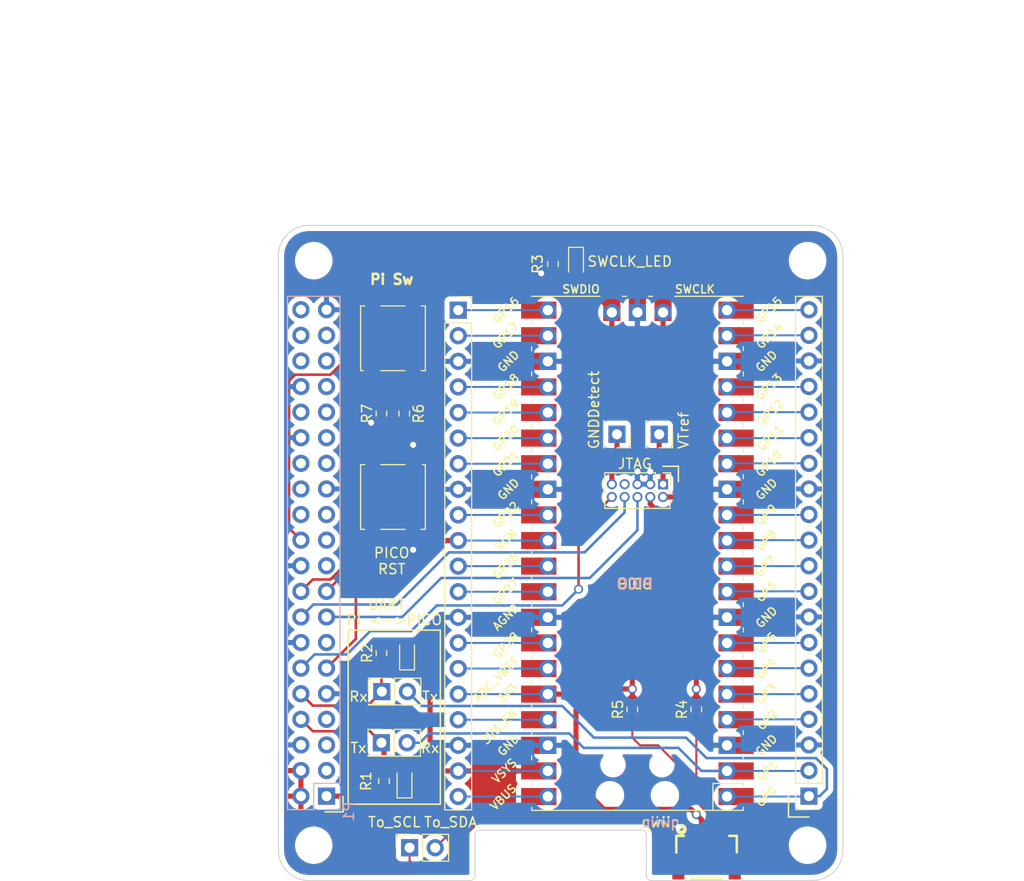
<source format=kicad_pcb>
(kicad_pcb (version 20171130) (host pcbnew 5.1.9)
  (title_block (date "15 nov 2012"))
  (layers (0 F.Cu signal hide) (31 B.Cu signal hide) (34 B.Paste user hide) (35 F.Paste user hide) (36 B.SilkS user) (37 F.SilkS user) (38 B.Mask user) (39 F.Mask user) (44 Edge.Cuts user))
  (net 0 "")
  (net 1 +3V3)
  (net 2 +5V)
  (net 3 GND)
  (net 4 /GPIO5)
  (net 5 /GPIO6)
  (net 6 /GPIO26)
  (net 7 "/GPIO2(SDA1)")
  (net 8 "/GPIO3(SCL1)")
  (net 9 "/GPIO4(GCLK)")
  (net 10 "/GPIO17(GEN0)")
  (net 11 "/GPIO27(GEN2)")
  (net 12 "/GPIO10(SPI0_MOSI)")
  (net 13 "/GPIO9(SPI0_MISO)")
  (net 14 "/GPIO11(SPI0_SCK)")
  (net 15 "/GPIO8(SPI0_CE_N)")
  (net 16 "/GPIO7(SPI1_CE_N)")
  (net 17 "/GPIO12(PWM0)")
  (net 18 "/GPIO13(PWM1)")
  (net 19 "/GPIO19(SPI1_MISO)")
  (net 20 /GPIO16)
  (net 21 "/GPIO20(SPI1_MOSI)")
  (net 22 "/GPIO21(SPI1_SCK)")
  (net 23 "Net-(D1-Pad1)")
  (net 24 "Net-(D2-Pad1)")
  (net 25 /SWCLK)
  (net 26 "Net-(D3-Pad1)")
  (net 27 /PICO_UART_RX)
  (net 28 /PI_UART_TX)
  (net 29 /PICO_UART_TX)
  (net 30 /PI_UART_RX)
  (net 31 "Net-(J3-Pad20)")
  (net 32 "Net-(J3-Pad19)")
  (net 33 "Net-(J3-Pad17)")
  (net 34 "Net-(J3-Pad16)")
  (net 35 "Net-(J3-Pad15)")
  (net 36 "Net-(J3-Pad14)")
  (net 37 "Net-(J3-Pad12)")
  (net 38 "Net-(J3-Pad11)")
  (net 39 "Net-(J3-Pad10)")
  (net 40 "Net-(J3-Pad9)")
  (net 41 "Net-(J3-Pad7)")
  (net 42 "Net-(J3-Pad6)")
  (net 43 "Net-(J3-Pad5)")
  (net 44 "Net-(J3-Pad4)")
  (net 45 VBUS)
  (net 46 "Net-(J4-Pad17)")
  (net 47 "Net-(J4-Pad15)")
  (net 48 "Net-(J4-Pad14)")
  (net 49 "Net-(J4-Pad12)")
  (net 50 "Net-(J4-Pad11)")
  (net 51 "Net-(J4-Pad10)")
  (net 52 "Net-(J4-Pad9)")
  (net 53 "Net-(J4-Pad7)")
  (net 54 "Net-(J4-Pad6)")
  (net 55 "Net-(J4-Pad5)")
  (net 56 "Net-(J4-Pad4)")
  (net 57 "Net-(J4-Pad2)")
  (net 58 "Net-(J4-Pad1)")
  (net 59 /VTref)
  (net 60 /nRST)
  (net 61 "Net-(J10-Pad1)")
  (net 62 /TDI)
  (net 63 "Net-(J7-Pad7)")
  (net 64 /TDO)
  (net 65 /SWDIO)
  (net 66 "Net-(J11-Pad3)")
  (net 67 "Net-(J11-Pad4)")
  (net 68 "Net-(P1-Pad27)")
  (net 69 "Net-(P1-Pad28)")
  (net 70 "Net-(R6-Pad1)")
  (net 71 /3v3_PICO)
  (module Resistor_SMD:R_0603_1608Metric_Pad0.98x0.95mm_HandSolder (layer F.Cu) (at 227.686 88.786 90)
    (fp_text reference R3 (at 0 -1.524 90) (layer F.SilkS))
    (fp_text value 2k2)
    (pad 2 smd roundrect (at 0.9125 0 90) (size 0.975 0.95) (layers F.Cu F.Paste F.Mask) (net 26 "Net-(D3-Pad1)"))
    (pad 1 smd roundrect (at -0.9125 0 90) (size 0.975 0.95) (layers F.Cu F.Paste F.Mask) (net 3 GND))
  )
  (module Button_Switch_SMD:SW_Push_1P1T_NO_CK_KSC6xxJ (layer F.Cu) (at 211.811 96.152 270)
    (fp_text reference SW2)
    (fp_text value SW_Push)
    (pad 2 smd rect (at 2.9 2 270) (size 2.8 1) (layers F.Cu F.Paste F.Mask) (net 1 +3V3))
    (pad 2 smd rect (at -2.9 2 270) (size 2.8 1) (layers F.Cu F.Paste F.Mask) (net 1 +3V3))
    (pad 1 smd rect (at 2.9 -2 270) (size 2.8 1) (layers F.Cu F.Paste F.Mask) (net 70 "Net-(R6-Pad1)"))
    (pad 1 smd rect (at -2.9 -2 270) (size 2.8 1) (layers F.Cu F.Paste F.Mask) (net 70 "Net-(R6-Pad1)"))
  )
  (module Resistor_SMD:R_0603_1608Metric_Pad0.98x0.95mm_HandSolder (layer F.Cu) (at 210.668 103.6215 90)
    (fp_text reference R7 (at 0 -1.43 90) (layer F.SilkS))
    (fp_text value 10k hide)
    (pad 2 smd roundrect (at 0.9125 0 90) (size 0.975 0.95) (layers F.Cu F.Paste F.Mask) (net 70 "Net-(R6-Pad1)"))
    (pad 1 smd roundrect (at -0.9125 0 90) (size 0.975 0.95) (layers F.Cu F.Paste F.Mask) (net 3 GND))
  )
  (module Resistor_SMD:R_0603_1608Metric_Pad0.98x0.95mm_HandSolder (layer F.Cu) (at 212.927999 103.6215 270)
    (fp_text reference R6 (at 0 -1.43 90) (layer F.SilkS))
    (fp_text value 1k hide)
    (pad 2 smd roundrect (at 0.9125 0 270) (size 0.975 0.95) (layers F.Cu F.Paste F.Mask) (net 10 "/GPIO17(GEN0)"))
    (pad 1 smd roundrect (at -0.9125 0 270) (size 0.975 0.95) (layers F.Cu F.Paste F.Mask) (net 70 "Net-(R6-Pad1)"))
  )
  (module RPi_Pico:RPi_Pico_SMD_TH (layer F.Cu) (at 236.068 117.488 180)
    (fp_text reference U1)
    (fp_text value Pico)
    (fp_text user GP1 (at -12.9 -21.6 45) (layer F.SilkS) (effects (font (size 0.8 0.8))))
    (fp_text user GP2 (at -12.9 -16.51 45) (layer F.SilkS) (effects (font (size 0.8 0.8))))
    (fp_text user GP0 (at -12.8 -24.13 45) (layer F.SilkS) (effects (font (size 0.8 0.8))))
    (fp_text user GP3 (at -12.8 -13.97 45) (layer F.SilkS) (effects (font (size 0.8 0.8))))
    (fp_text user GP4 (at -12.8 -11.43 45) (layer F.SilkS) (effects (font (size 0.8 0.8))))
    (fp_text user GP5 (at -12.8 -8.89 45) (layer F.SilkS) (effects (font (size 0.8 0.8))))
    (fp_text user GP6 (at -12.8 -3.81 45) (layer F.SilkS) (effects (font (size 0.8 0.8))))
    (fp_text user GP7 (at -12.7 -1.3 45) (layer F.SilkS) (effects (font (size 0.8 0.8))))
    (fp_text user GP8 (at -12.8 1.27 45) (layer F.SilkS) (effects (font (size 0.8 0.8))))
    (fp_text user GP9 (at -12.8 3.81 45) (layer F.SilkS) (effects (font (size 0.8 0.8))))
    (fp_text user GP10 (at -13.054 8.89 45) (layer F.SilkS) (effects (font (size 0.8 0.8))))
    (fp_text user GP11 (at -13.2 11.43 45) (layer F.SilkS) (effects (font (size 0.8 0.8))))
    (fp_text user GP12 (at -13.2 13.97 45) (layer F.SilkS) (effects (font (size 0.8 0.8))))
    (fp_text user GP13 (at -13.054 16.51 45) (layer F.SilkS) (effects (font (size 0.8 0.8))))
    (fp_text user GP14 (at -13.1 21.59 45) (layer F.SilkS) (effects (font (size 0.8 0.8))))
    (fp_text user GP15 (at -13.054 24.13 45) (layer F.SilkS) (effects (font (size 0.8 0.8))))
    (fp_text user GP16 (at 13.054 24.13 45) (layer F.SilkS) (effects (font (size 0.8 0.8))))
    (fp_text user GP17 (at 13.054 21.59 45) (layer F.SilkS) (effects (font (size 0.8 0.8))))
    (fp_text user GP18 (at 13.054 16.51 45) (layer F.SilkS) (effects (font (size 0.8 0.8))))
    (fp_text user GP19 (at 13.054 13.97 45) (layer F.SilkS) (effects (font (size 0.8 0.8))))
    (fp_text user GP20 (at 13.054 11.43 45) (layer F.SilkS) (effects (font (size 0.8 0.8))))
    (fp_text user GP21 (at 13.054 8.9 45) (layer F.SilkS) (effects (font (size 0.8 0.8))))
    (fp_text user GP22 (at 13.054 3.81 45) (layer F.SilkS) (effects (font (size 0.8 0.8))))
    (fp_text user RUN (at 13 1.27 45) (layer F.SilkS) (effects (font (size 0.8 0.8))))
    (fp_text user GP26 (at 13.054 -1.27 45) (layer F.SilkS) (effects (font (size 0.8 0.8))))
    (fp_text user GP27 (at 13.054 -3.8 45) (layer F.SilkS) (effects (font (size 0.8 0.8))))
    (fp_text user GP28 (at 13.054 -9.144 45) (layer F.SilkS) (effects (font (size 0.8 0.8))))
    (fp_text user ADC_VREF (at 14 -12.5 45) (layer F.SilkS) (effects (font (size 0.8 0.8))))
    (fp_text user 3V3 (at 12.9 -13.9 45) (layer F.SilkS) (effects (font (size 0.8 0.8))))
    (fp_text user 3V3_EN (at 13.7 -17.2 45) (layer F.SilkS) (effects (font (size 0.8 0.8))))
    (fp_text user VSYS (at 13.2 -21.59 45) (layer F.SilkS) (effects (font (size 0.8 0.8))))
    (fp_text user VBUS (at 13.3 -24.2 45) (layer F.SilkS) (effects (font (size 0.8 0.8))))
    (fp_text user GND (at -12.8 -19.05 45) (layer F.SilkS) (effects (font (size 0.8 0.8))))
    (fp_text user GND (at -12.8 -6.35 45) (layer F.SilkS) (effects (font (size 0.8 0.8))))
    (fp_text user GND (at -12.8 6.35 45) (layer F.SilkS) (effects (font (size 0.8 0.8))))
    (fp_text user GND (at -12.8 19.05 45) (layer F.SilkS) (effects (font (size 0.8 0.8))))
    (fp_text user GND (at 12.8 19.05 45) (layer F.SilkS) (effects (font (size 0.8 0.8))))
    (fp_text user GND (at 12.8 6.35 45) (layer F.SilkS) (effects (font (size 0.8 0.8))))
    (fp_text user GND (at 12.8 -19.05 45) (layer F.SilkS) (effects (font (size 0.8 0.8))))
    (fp_text user AGND (at 13.054 -6.35 45) (layer F.SilkS) (effects (font (size 0.8 0.8))))
    (fp_text user SWCLK (at -5.7 26.2) (layer F.SilkS) (effects (font (size 0.8 0.8))))
    (fp_text user SWDIO (at 5.6 26.2) (layer F.SilkS) (effects (font (size 0.8 0.8))))
    (pad 1 thru_hole oval (at -8.89 -24.13 180) (size 1.7 1.7) (drill 1.02) (layers *.Cu *.Mask) (net 29 /PICO_UART_TX))
    (pad 2 thru_hole oval (at -8.89 -21.59 180) (size 1.7 1.7) (drill 1.02) (layers *.Cu *.Mask) (net 27 /PICO_UART_RX))
    (pad 3 thru_hole rect (at -8.89 -19.05 180) (size 1.7 1.7) (drill 1.02) (layers *.Cu *.Mask) (net 3 GND))
    (pad 4 thru_hole oval (at -8.89 -16.51 180) (size 1.7 1.7) (drill 1.02) (layers *.Cu *.Mask) (net 44 "Net-(J3-Pad4)"))
    (pad 5 thru_hole oval (at -8.89 -13.97 180) (size 1.7 1.7) (drill 1.02) (layers *.Cu *.Mask) (net 43 "Net-(J3-Pad5)"))
    (pad 6 thru_hole oval (at -8.89 -11.43 180) (size 1.7 1.7) (drill 1.02) (layers *.Cu *.Mask) (net 42 "Net-(J3-Pad6)"))
    (pad 7 thru_hole oval (at -8.89 -8.89 180) (size 1.7 1.7) (drill 1.02) (layers *.Cu *.Mask) (net 41 "Net-(J3-Pad7)"))
    (pad 8 thru_hole rect (at -8.89 -6.35 180) (size 1.7 1.7) (drill 1.02) (layers *.Cu *.Mask) (net 3 GND))
    (pad 9 thru_hole oval (at -8.89 -3.81 180) (size 1.7 1.7) (drill 1.02) (layers *.Cu *.Mask) (net 40 "Net-(J3-Pad9)"))
    (pad 10 thru_hole oval (at -8.89 -1.27 180) (size 1.7 1.7) (drill 1.02) (layers *.Cu *.Mask) (net 39 "Net-(J3-Pad10)"))
    (pad 11 thru_hole oval (at -8.89 1.27 180) (size 1.7 1.7) (drill 1.02) (layers *.Cu *.Mask) (net 38 "Net-(J3-Pad11)"))
    (pad 12 thru_hole oval (at -8.89 3.81 180) (size 1.7 1.7) (drill 1.02) (layers *.Cu *.Mask) (net 37 "Net-(J3-Pad12)"))
    (pad 13 thru_hole rect (at -8.89 6.35 180) (size 1.7 1.7) (drill 1.02) (layers *.Cu *.Mask) (net 3 GND))
    (pad 14 thru_hole oval (at -8.89 8.89 180) (size 1.7 1.7) (drill 1.02) (layers *.Cu *.Mask) (net 36 "Net-(J3-Pad14)"))
    (pad 15 thru_hole oval (at -8.89 11.43 180) (size 1.7 1.7) (drill 1.02) (layers *.Cu *.Mask) (net 35 "Net-(J3-Pad15)"))
    (pad 16 thru_hole oval (at -8.89 13.97 180) (size 1.7 1.7) (drill 1.02) (layers *.Cu *.Mask) (net 34 "Net-(J3-Pad16)"))
    (pad 17 thru_hole oval (at -8.89 16.51 180) (size 1.7 1.7) (drill 1.02) (layers *.Cu *.Mask) (net 33 "Net-(J3-Pad17)"))
    (pad 18 thru_hole rect (at -8.89 19.05 180) (size 1.7 1.7) (drill 1.02) (layers *.Cu *.Mask) (net 3 GND))
    (pad 19 thru_hole oval (at -8.89 21.59 180) (size 1.7 1.7) (drill 1.02) (layers *.Cu *.Mask) (net 32 "Net-(J3-Pad19)"))
    (pad 20 thru_hole oval (at -8.89 24.13 180) (size 1.7 1.7) (drill 1.02) (layers *.Cu *.Mask) (net 31 "Net-(J3-Pad20)"))
    (pad 21 thru_hole oval (at 8.89 24.13 180) (size 1.7 1.7) (drill 1.02) (layers *.Cu *.Mask) (net 58 "Net-(J4-Pad1)"))
    (pad 22 thru_hole oval (at 8.89 21.59 180) (size 1.7 1.7) (drill 1.02) (layers *.Cu *.Mask) (net 57 "Net-(J4-Pad2)"))
    (pad 23 thru_hole rect (at 8.89 19.05 180) (size 1.7 1.7) (drill 1.02) (layers *.Cu *.Mask) (net 3 GND))
    (pad 24 thru_hole oval (at 8.89 16.51 180) (size 1.7 1.7) (drill 1.02) (layers *.Cu *.Mask) (net 56 "Net-(J4-Pad4)"))
    (pad 25 thru_hole oval (at 8.89 13.97 180) (size 1.7 1.7) (drill 1.02) (layers *.Cu *.Mask) (net 55 "Net-(J4-Pad5)"))
    (pad 26 thru_hole oval (at 8.89 11.43 180) (size 1.7 1.7) (drill 1.02) (layers *.Cu *.Mask) (net 54 "Net-(J4-Pad6)"))
    (pad 27 thru_hole oval (at 8.89 8.89 180) (size 1.7 1.7) (drill 1.02) (layers *.Cu *.Mask) (net 53 "Net-(J4-Pad7)"))
    (pad 28 thru_hole rect (at 8.89 6.35 180) (size 1.7 1.7) (drill 1.02) (layers *.Cu *.Mask) (net 3 GND))
    (pad 29 thru_hole oval (at 8.89 3.81 180) (size 1.7 1.7) (drill 1.02) (layers *.Cu *.Mask) (net 52 "Net-(J4-Pad9)"))
    (pad 30 thru_hole oval (at 8.89 1.27 180) (size 1.7 1.7) (drill 1.02) (layers *.Cu *.Mask) (net 51 "Net-(J4-Pad10)"))
    (pad 31 thru_hole oval (at 8.89 -1.27 180) (size 1.7 1.7) (drill 1.02) (layers *.Cu *.Mask) (net 50 "Net-(J4-Pad11)"))
    (pad 32 thru_hole oval (at 8.89 -3.81 180) (size 1.7 1.7) (drill 1.02) (layers *.Cu *.Mask) (net 49 "Net-(J4-Pad12)"))
    (pad 33 thru_hole rect (at 8.89 -6.35 180) (size 1.7 1.7) (drill 1.02) (layers *.Cu *.Mask) (net 3 GND))
    (pad 34 thru_hole oval (at 8.89 -8.89 180) (size 1.7 1.7) (drill 1.02) (layers *.Cu *.Mask) (net 48 "Net-(J4-Pad14)"))
    (pad 35 thru_hole oval (at 8.89 -11.43 180) (size 1.7 1.7) (drill 1.02) (layers *.Cu *.Mask) (net 47 "Net-(J4-Pad15)"))
    (pad 36 thru_hole oval (at 8.89 -13.97 180) (size 1.7 1.7) (drill 1.02) (layers *.Cu *.Mask) (net 71 /3v3_PICO))
    (pad 37 thru_hole oval (at 8.89 -16.51 180) (size 1.7 1.7) (drill 1.02) (layers *.Cu *.Mask) (net 46 "Net-(J4-Pad17)"))
    (pad 38 thru_hole rect (at 8.89 -19.05 180) (size 1.7 1.7) (drill 1.02) (layers *.Cu *.Mask) (net 3 GND))
    (pad 39 thru_hole oval (at 8.89 -21.59 180) (size 1.7 1.7) (drill 1.02) (layers *.Cu *.Mask) (net 2 +5V))
    (pad 40 thru_hole oval (at 8.89 -24.13 180) (size 1.7 1.7) (drill 1.02) (layers *.Cu *.Mask) (net 45 VBUS))
    (pad 1 smd rect (at -8.89 -24.13 180) (size 3.5 1.7) (drill (offset -0.9 0)) (layers F.Cu F.Mask) (net 29 /PICO_UART_TX))
    (pad 2 smd rect (at -8.89 -21.59 180) (size 3.5 1.7) (drill (offset -0.9 0)) (layers F.Cu F.Mask) (net 27 /PICO_UART_RX))
    (pad 3 smd rect (at -8.89 -19.05 180) (size 3.5 1.7) (drill (offset -0.9 0)) (layers F.Cu F.Mask) (net 3 GND))
    (pad 4 smd rect (at -8.89 -16.51 180) (size 3.5 1.7) (drill (offset -0.9 0)) (layers F.Cu F.Mask) (net 44 "Net-(J3-Pad4)"))
    (pad 5 smd rect (at -8.89 -13.97 180) (size 3.5 1.7) (drill (offset -0.9 0)) (layers F.Cu F.Mask) (net 43 "Net-(J3-Pad5)"))
    (pad 6 smd rect (at -8.89 -11.43 180) (size 3.5 1.7) (drill (offset -0.9 0)) (layers F.Cu F.Mask) (net 42 "Net-(J3-Pad6)"))
    (pad 7 smd rect (at -8.89 -8.89 180) (size 3.5 1.7) (drill (offset -0.9 0)) (layers F.Cu F.Mask) (net 41 "Net-(J3-Pad7)"))
    (pad 8 smd rect (at -8.89 -6.35 180) (size 3.5 1.7) (drill (offset -0.9 0)) (layers F.Cu F.Mask) (net 3 GND))
    (pad 9 smd rect (at -8.89 -3.81 180) (size 3.5 1.7) (drill (offset -0.9 0)) (layers F.Cu F.Mask) (net 40 "Net-(J3-Pad9)"))
    (pad 10 smd rect (at -8.89 -1.27 180) (size 3.5 1.7) (drill (offset -0.9 0)) (layers F.Cu F.Mask) (net 39 "Net-(J3-Pad10)"))
    (pad 11 smd rect (at -8.89 1.27 180) (size 3.5 1.7) (drill (offset -0.9 0)) (layers F.Cu F.Mask) (net 38 "Net-(J3-Pad11)"))
    (pad 12 smd rect (at -8.89 3.81 180) (size 3.5 1.7) (drill (offset -0.9 0)) (layers F.Cu F.Mask) (net 37 "Net-(J3-Pad12)"))
    (pad 13 smd rect (at -8.89 6.35 180) (size 3.5 1.7) (drill (offset -0.9 0)) (layers F.Cu F.Mask) (net 3 GND))
    (pad 14 smd rect (at -8.89 8.89 180) (size 3.5 1.7) (drill (offset -0.9 0)) (layers F.Cu F.Mask) (net 36 "Net-(J3-Pad14)"))
    (pad 15 smd rect (at -8.89 11.43 180) (size 3.5 1.7) (drill (offset -0.9 0)) (layers F.Cu F.Mask) (net 35 "Net-(J3-Pad15)"))
    (pad 16 smd rect (at -8.89 13.97 180) (size 3.5 1.7) (drill (offset -0.9 0)) (layers F.Cu F.Mask) (net 34 "Net-(J3-Pad16)"))
    (pad 17 smd rect (at -8.89 16.51 180) (size 3.5 1.7) (drill (offset -0.9 0)) (layers F.Cu F.Mask) (net 33 "Net-(J3-Pad17)"))
    (pad 18 smd rect (at -8.89 19.05 180) (size 3.5 1.7) (drill (offset -0.9 0)) (layers F.Cu F.Mask) (net 3 GND))
    (pad 19 smd rect (at -8.89 21.59 180) (size 3.5 1.7) (drill (offset -0.9 0)) (layers F.Cu F.Mask) (net 32 "Net-(J3-Pad19)"))
    (pad 20 smd rect (at -8.89 24.13 180) (size 3.5 1.7) (drill (offset -0.9 0)) (layers F.Cu F.Mask) (net 31 "Net-(J3-Pad20)"))
    (pad 40 smd rect (at 8.89 -24.13 180) (size 3.5 1.7) (drill (offset 0.9 0)) (layers F.Cu F.Mask) (net 45 VBUS))
    (pad 39 smd rect (at 8.89 -21.59 180) (size 3.5 1.7) (drill (offset 0.9 0)) (layers F.Cu F.Mask) (net 2 +5V))
    (pad 38 smd rect (at 8.89 -19.05 180) (size 3.5 1.7) (drill (offset 0.9 0)) (layers F.Cu F.Mask) (net 3 GND))
    (pad 37 smd rect (at 8.89 -16.51 180) (size 3.5 1.7) (drill (offset 0.9 0)) (layers F.Cu F.Mask) (net 46 "Net-(J4-Pad17)"))
    (pad 36 smd rect (at 8.89 -13.97 180) (size 3.5 1.7) (drill (offset 0.9 0)) (layers F.Cu F.Mask) (net 71 /3v3_PICO))
    (pad 35 smd rect (at 8.89 -11.43 180) (size 3.5 1.7) (drill (offset 0.9 0)) (layers F.Cu F.Mask) (net 47 "Net-(J4-Pad15)"))
    (pad 34 smd rect (at 8.89 -8.89 180) (size 3.5 1.7) (drill (offset 0.9 0)) (layers F.Cu F.Mask) (net 48 "Net-(J4-Pad14)"))
    (pad 33 smd rect (at 8.89 -6.35 180) (size 3.5 1.7) (drill (offset 0.9 0)) (layers F.Cu F.Mask) (net 3 GND))
    (pad 32 smd rect (at 8.89 -3.81 180) (size 3.5 1.7) (drill (offset 0.9 0)) (layers F.Cu F.Mask) (net 49 "Net-(J4-Pad12)"))
    (pad 31 smd rect (at 8.89 -1.27 180) (size 3.5 1.7) (drill (offset 0.9 0)) (layers F.Cu F.Mask) (net 50 "Net-(J4-Pad11)"))
    (pad 30 smd rect (at 8.89 1.27 180) (size 3.5 1.7) (drill (offset 0.9 0)) (layers F.Cu F.Mask) (net 51 "Net-(J4-Pad10)"))
    (pad 29 smd rect (at 8.89 3.81 180) (size 3.5 1.7) (drill (offset 0.9 0)) (layers F.Cu F.Mask) (net 52 "Net-(J4-Pad9)"))
    (pad 28 smd rect (at 8.89 6.35 180) (size 3.5 1.7) (drill (offset 0.9 0)) (layers F.Cu F.Mask) (net 3 GND))
    (pad 27 smd rect (at 8.89 8.89 180) (size 3.5 1.7) (drill (offset 0.9 0)) (layers F.Cu F.Mask) (net 53 "Net-(J4-Pad7)"))
    (pad 26 smd rect (at 8.89 11.43 180) (size 3.5 1.7) (drill (offset 0.9 0)) (layers F.Cu F.Mask) (net 54 "Net-(J4-Pad6)"))
    (pad 25 smd rect (at 8.89 13.97 180) (size 3.5 1.7) (drill (offset 0.9 0)) (layers F.Cu F.Mask) (net 55 "Net-(J4-Pad5)"))
    (pad 24 smd rect (at 8.89 16.51 180) (size 3.5 1.7) (drill (offset 0.9 0)) (layers F.Cu F.Mask) (net 56 "Net-(J4-Pad4)"))
    (pad 23 smd rect (at 8.89 19.05 180) (size 3.5 1.7) (drill (offset 0.9 0)) (layers F.Cu F.Mask) (net 3 GND))
    (pad 22 smd rect (at 8.89 21.59 180) (size 3.5 1.7) (drill (offset 0.9 0)) (layers F.Cu F.Mask) (net 57 "Net-(J4-Pad2)"))
    (pad 21 smd rect (at 8.89 24.13 180) (size 3.5 1.7) (drill (offset 0.9 0)) (layers F.Cu F.Mask) (net 58 "Net-(J4-Pad1)"))
    (pad "" np_thru_hole oval (at -2.725 -24 180) (size 1.8 1.8) (drill 1.8) (layers *.Cu *.Mask))
    (pad "" np_thru_hole oval (at 2.725 -24 180) (size 1.8 1.8) (drill 1.8) (layers *.Cu *.Mask))
    (pad "" np_thru_hole oval (at -2.425 -20.97 180) (size 1.5 1.5) (drill 1.5) (layers *.Cu *.Mask))
    (pad "" np_thru_hole oval (at 2.425 -20.97 180) (size 1.5 1.5) (drill 1.5) (layers *.Cu *.Mask))
    (pad 41 smd rect (at -2.54 23.9 270) (size 3.5 1.7) (drill (offset -0.9 0)) (layers F.Cu F.Mask) (net 25 /SWCLK))
    (pad 41 thru_hole oval (at -2.54 23.9 180) (size 1.7 1.7) (drill 1.02) (layers *.Cu *.Mask) (net 25 /SWCLK))
    (pad 42 smd rect (at 0 23.9 270) (size 3.5 1.7) (drill (offset -0.9 0)) (layers F.Cu F.Mask) (net 3 GND))
    (pad 42 thru_hole rect (at 0 23.9 180) (size 1.7 1.7) (drill 1.02) (layers *.Cu *.Mask) (net 3 GND))
    (pad 43 smd rect (at 2.54 23.9 270) (size 3.5 1.7) (drill (offset -0.9 0)) (layers F.Cu F.Mask) (net 65 /SWDIO))
    (pad 43 thru_hole oval (at 2.54 23.9 180) (size 1.7 1.7) (drill 1.02) (layers *.Cu *.Mask) (net 65 /SWDIO))
  )
  (module Resistor_SMD:R_0603_1608Metric_Pad0.98x0.95mm_HandSolder (layer F.Cu) (at 235.56 132.982 90)
    (fp_text reference R5 (at 0 -1.43 90) (layer F.SilkS))
    (fp_text value 2k2)
    (pad 2 smd roundrect (at 0.9125 0 90) (size 0.975 0.95) (layers F.Cu F.Paste F.Mask) (net 71 /3v3_PICO))
    (pad 1 smd roundrect (at -0.9125 0 90) (size 0.975 0.95) (layers F.Cu F.Paste F.Mask) (net 66 "Net-(J11-Pad3)"))
  )
  (module Resistor_SMD:R_0603_1608Metric_Pad0.98x0.95mm_HandSolder (layer F.Cu) (at 241.91 132.982 90)
    (fp_text reference R4 (at 0 -1.43 90) (layer F.SilkS))
    (fp_text value 2k2)
    (pad 2 smd roundrect (at 0.9125 0 90) (size 0.975 0.95) (layers F.Cu F.Paste F.Mask) (net 71 /3v3_PICO))
    (pad 1 smd roundrect (at -0.9125 0 90) (size 0.975 0.95) (layers F.Cu F.Paste F.Mask) (net 67 "Net-(J11-Pad4)"))
  )
  (module Resistor_SMD:R_0603_1608Metric_Pad0.98x0.95mm_HandSolder (layer F.Cu) (at 210.668 127.394 90)
    (fp_text reference R2 (at 0 -1.43 90) (layer F.SilkS))
    (fp_text value 2k2 hide)
    (pad 2 smd roundrect (at 0.9125 0 90) (size 0.975 0.95) (layers F.Cu F.Paste F.Mask) (net 24 "Net-(D2-Pad1)"))
    (pad 1 smd roundrect (at -0.9125 0 90) (size 0.975 0.95) (layers F.Cu F.Paste F.Mask) (net 30 /PI_UART_RX))
  )
  (module Resistor_SMD:R_0603_1608Metric_Pad0.98x0.95mm_HandSolder (layer F.Cu) (at 210.922 140.094 270)
    (fp_text reference R1 (at 0 1.778 90) (layer F.SilkS))
    (fp_text value 2k2 hide)
    (pad 2 smd roundrect (at 0.9125 0 270) (size 0.975 0.95) (layers F.Cu F.Paste F.Mask) (net 23 "Net-(D1-Pad1)"))
    (pad 1 smd roundrect (at -0.9125 0 270) (size 0.975 0.95) (layers F.Cu F.Paste F.Mask) (net 28 /PI_UART_TX))
  )
  (module Connectors:1X04_1MM_RA (layer F.Cu) (at 242.926 145.174)
    (fp_text reference J11 hide)
    (fp_text value QWIIC_CONNECTORJS-1MM hide)
    (pad NC2 smd rect (at -2.79908 3.67284) (size 1.19888 1.99898) (layers F.Cu F.Paste F.Mask))
    (pad NC1 smd rect (at 2.79908 3.67284) (size 1.19888 1.99898) (layers F.Cu F.Paste F.Mask))
    (pad 4 smd rect (at 1.4986 0) (size 0.59944 1.34874) (layers F.Cu F.Paste F.Mask) (net 67 "Net-(J11-Pad4)"))
    (pad 3 smd rect (at 0.49784 0) (size 0.59944 1.34874) (layers F.Cu F.Paste F.Mask) (net 66 "Net-(J11-Pad3)"))
    (pad 2 smd rect (at -0.49784 0) (size 0.59944 1.34874) (layers F.Cu F.Paste F.Mask) (net 71 /3v3_PICO))
    (pad 1 smd rect (at -1.4986 0) (size 0.59944 1.34874) (layers F.Cu F.Paste F.Mask) (net 3 GND))
  )
  (module Connector_PinSocket_2.54mm:PinSocket_1x01_P2.54mm_Vertical (layer F.Cu) (at 234.036 105.677 270)
    (fp_text reference J10)
    (fp_text value Conn_01x01)
    (pad 1 thru_hole rect (at 0 0 270) (size 1.7 1.7) (drill 1) (layers *.Cu *.Mask) (net 61 "Net-(J10-Pad1)"))
  )
  (module Connector_PinSocket_2.54mm:PinSocket_1x02_P2.54mm_Vertical (layer F.Cu) (at 213.462 146.698 90)
    (fp_text reference J9)
    (fp_text value Conn_01x02)
    (pad 2 thru_hole oval (at 0 2.54 90) (size 1.7 1.7) (drill 1) (layers *.Cu *.Mask) (net 66 "Net-(J11-Pad3)"))
    (pad 1 thru_hole rect (at 0 0 90) (size 1.7 1.7) (drill 1) (layers *.Cu *.Mask) (net 67 "Net-(J11-Pad4)"))
  )
  (module Connector_PinHeader_1.27mm:PinHeader_2x05_P1.27mm_Vertical (layer F.Cu) (at 238.608 110.63 270)
    (fp_text reference J7)
    (fp_text value Conn_ARM_JTAG_SWD_10)
    (pad 10 thru_hole oval (at 1.27 5.08 270) (size 1 1) (drill 0.65) (layers *.Cu *.Mask) (net 60 /nRST))
    (pad 9 thru_hole oval (at 0 5.08 270) (size 1 1) (drill 0.65) (layers *.Cu *.Mask) (net 61 "Net-(J10-Pad1)"))
    (pad 8 thru_hole oval (at 1.27 3.81 270) (size 1 1) (drill 0.65) (layers *.Cu *.Mask) (net 62 /TDI))
    (pad 7 thru_hole oval (at 0 3.81 270) (size 1 1) (drill 0.65) (layers *.Cu *.Mask) (net 63 "Net-(J7-Pad7)"))
    (pad 6 thru_hole oval (at 1.27 2.54 270) (size 1 1) (drill 0.65) (layers *.Cu *.Mask) (net 64 /TDO))
    (pad 5 thru_hole oval (at 0 2.54 270) (size 1 1) (drill 0.65) (layers *.Cu *.Mask) (net 3 GND))
    (pad 4 thru_hole oval (at 1.27 1.27 270) (size 1 1) (drill 0.65) (layers *.Cu *.Mask) (net 25 /SWCLK))
    (pad 3 thru_hole oval (at 0 1.27 270) (size 1 1) (drill 0.65) (layers *.Cu *.Mask) (net 3 GND))
    (pad 2 thru_hole oval (at 1.27 0 270) (size 1 1) (drill 0.65) (layers *.Cu *.Mask) (net 65 /SWDIO))
    (pad 1 thru_hole rect (at 0 0 270) (size 1 1) (drill 0.65) (layers *.Cu *.Mask) (net 59 /VTref))
  )
  (module Connector_PinSocket_2.54mm:PinSocket_1x01_P2.54mm_Vertical (layer F.Cu) (at 238.227 105.677 270)
    (fp_text reference J6)
    (fp_text value Conn_01x01)
    (pad 1 thru_hole rect (at 0 0 270) (size 1.7 1.7) (drill 1) (layers *.Cu *.Mask) (net 59 /VTref))
  )
  (module Connector_PinSocket_2.54mm:PinSocket_1x20_P2.54mm_Vertical (layer F.Cu) (at 218.288 93.358)
    (fp_text reference J4 hide)
    (fp_text value Conn_01x20)
    (pad 20 thru_hole oval (at 0 48.26) (size 1.7 1.7) (drill 1) (layers *.Cu *.Mask) (net 45 VBUS))
    (pad 19 thru_hole oval (at 0 45.72) (size 1.7 1.7) (drill 1) (layers *.Cu *.Mask) (net 2 +5V))
    (pad 18 thru_hole oval (at 0 43.18) (size 1.7 1.7) (drill 1) (layers *.Cu *.Mask) (net 3 GND))
    (pad 17 thru_hole oval (at 0 40.64) (size 1.7 1.7) (drill 1) (layers *.Cu *.Mask) (net 46 "Net-(J4-Pad17)"))
    (pad 16 thru_hole oval (at 0 38.1) (size 1.7 1.7) (drill 1) (layers *.Cu *.Mask) (net 71 /3v3_PICO))
    (pad 15 thru_hole oval (at 0 35.56) (size 1.7 1.7) (drill 1) (layers *.Cu *.Mask) (net 47 "Net-(J4-Pad15)"))
    (pad 14 thru_hole oval (at 0 33.02) (size 1.7 1.7) (drill 1) (layers *.Cu *.Mask) (net 48 "Net-(J4-Pad14)"))
    (pad 13 thru_hole oval (at 0 30.48) (size 1.7 1.7) (drill 1) (layers *.Cu *.Mask) (net 3 GND))
    (pad 12 thru_hole oval (at 0 27.94) (size 1.7 1.7) (drill 1) (layers *.Cu *.Mask) (net 49 "Net-(J4-Pad12)"))
    (pad 11 thru_hole oval (at 0 25.4) (size 1.7 1.7) (drill 1) (layers *.Cu *.Mask) (net 50 "Net-(J4-Pad11)"))
    (pad 10 thru_hole oval (at 0 22.86) (size 1.7 1.7) (drill 1) (layers *.Cu *.Mask) (net 51 "Net-(J4-Pad10)"))
    (pad 9 thru_hole oval (at 0 20.32) (size 1.7 1.7) (drill 1) (layers *.Cu *.Mask) (net 52 "Net-(J4-Pad9)"))
    (pad 8 thru_hole oval (at 0 17.78) (size 1.7 1.7) (drill 1) (layers *.Cu *.Mask) (net 3 GND))
    (pad 7 thru_hole oval (at 0 15.24) (size 1.7 1.7) (drill 1) (layers *.Cu *.Mask) (net 53 "Net-(J4-Pad7)"))
    (pad 6 thru_hole oval (at 0 12.7) (size 1.7 1.7) (drill 1) (layers *.Cu *.Mask) (net 54 "Net-(J4-Pad6)"))
    (pad 5 thru_hole oval (at 0 10.16) (size 1.7 1.7) (drill 1) (layers *.Cu *.Mask) (net 55 "Net-(J4-Pad5)"))
    (pad 4 thru_hole oval (at 0 7.62) (size 1.7 1.7) (drill 1) (layers *.Cu *.Mask) (net 56 "Net-(J4-Pad4)"))
    (pad 3 thru_hole oval (at 0 5.08) (size 1.7 1.7) (drill 1) (layers *.Cu *.Mask) (net 3 GND))
    (pad 2 thru_hole oval (at 0 2.54) (size 1.7 1.7) (drill 1) (layers *.Cu *.Mask) (net 57 "Net-(J4-Pad2)"))
    (pad 1 thru_hole rect (at 0 0) (size 1.7 1.7) (drill 1) (layers *.Cu *.Mask) (net 58 "Net-(J4-Pad1)"))
  )
  (module Connector_PinSocket_2.54mm:PinSocket_1x20_P2.54mm_Vertical (layer F.Cu) (at 253.086 141.58 180)
    (fp_text reference J3 hide)
    (fp_text value Conn_01x20)
    (pad 20 thru_hole oval (at 0 48.26 180) (size 1.7 1.7) (drill 1) (layers *.Cu *.Mask) (net 31 "Net-(J3-Pad20)"))
    (pad 19 thru_hole oval (at 0 45.72 180) (size 1.7 1.7) (drill 1) (layers *.Cu *.Mask) (net 32 "Net-(J3-Pad19)"))
    (pad 18 thru_hole oval (at 0 43.18 180) (size 1.7 1.7) (drill 1) (layers *.Cu *.Mask) (net 3 GND))
    (pad 17 thru_hole oval (at 0 40.64 180) (size 1.7 1.7) (drill 1) (layers *.Cu *.Mask) (net 33 "Net-(J3-Pad17)"))
    (pad 16 thru_hole oval (at 0 38.1 180) (size 1.7 1.7) (drill 1) (layers *.Cu *.Mask) (net 34 "Net-(J3-Pad16)"))
    (pad 15 thru_hole oval (at 0 35.56 180) (size 1.7 1.7) (drill 1) (layers *.Cu *.Mask) (net 35 "Net-(J3-Pad15)"))
    (pad 14 thru_hole oval (at 0 33.02 180) (size 1.7 1.7) (drill 1) (layers *.Cu *.Mask) (net 36 "Net-(J3-Pad14)"))
    (pad 13 thru_hole oval (at 0 30.48 180) (size 1.7 1.7) (drill 1) (layers *.Cu *.Mask) (net 3 GND))
    (pad 12 thru_hole oval (at 0 27.94 180) (size 1.7 1.7) (drill 1) (layers *.Cu *.Mask) (net 37 "Net-(J3-Pad12)"))
    (pad 11 thru_hole oval (at 0 25.4 180) (size 1.7 1.7) (drill 1) (layers *.Cu *.Mask) (net 38 "Net-(J3-Pad11)"))
    (pad 10 thru_hole oval (at 0 22.86 180) (size 1.7 1.7) (drill 1) (layers *.Cu *.Mask) (net 39 "Net-(J3-Pad10)"))
    (pad 9 thru_hole oval (at 0 20.32 180) (size 1.7 1.7) (drill 1) (layers *.Cu *.Mask) (net 40 "Net-(J3-Pad9)"))
    (pad 8 thru_hole oval (at 0 17.78 180) (size 1.7 1.7) (drill 1) (layers *.Cu *.Mask) (net 3 GND))
    (pad 7 thru_hole oval (at 0 15.24 180) (size 1.7 1.7) (drill 1) (layers *.Cu *.Mask) (net 41 "Net-(J3-Pad7)"))
    (pad 6 thru_hole oval (at 0 12.7 180) (size 1.7 1.7) (drill 1) (layers *.Cu *.Mask) (net 42 "Net-(J3-Pad6)"))
    (pad 5 thru_hole oval (at 0 10.16 180) (size 1.7 1.7) (drill 1) (layers *.Cu *.Mask) (net 43 "Net-(J3-Pad5)"))
    (pad 4 thru_hole oval (at 0 7.62 180) (size 1.7 1.7) (drill 1) (layers *.Cu *.Mask) (net 44 "Net-(J3-Pad4)"))
    (pad 3 thru_hole oval (at 0 5.08 180) (size 1.7 1.7) (drill 1) (layers *.Cu *.Mask) (net 3 GND))
    (pad 2 thru_hole oval (at 0 2.54 180) (size 1.7 1.7) (drill 1) (layers *.Cu *.Mask) (net 27 /PICO_UART_RX))
    (pad 1 thru_hole rect (at 0 0 180) (size 1.7 1.7) (drill 1) (layers *.Cu *.Mask) (net 29 /PICO_UART_TX))
  )
  (module Connector_PinHeader_2.54mm:PinHeader_2x01_P2.54mm_Vertical (layer F.Cu) (at 210.708 131.204)
    (fp_text reference J2 hide)
    (fp_text value Conn_02x01 hide)
    (pad 2 thru_hole oval (at 2.54 0) (size 1.7 1.7) (drill 1) (layers *.Cu *.Mask) (net 29 /PICO_UART_TX))
    (pad 1 thru_hole rect (at 0 0) (size 1.7 1.7) (drill 1) (layers *.Cu *.Mask) (net 30 /PI_UART_RX))
  )
  (module Connector_PinHeader_2.54mm:PinHeader_2x01_P2.54mm_Vertical (layer F.Cu) (at 210.668 136.284)
    (fp_text reference J1 hide)
    (fp_text value Conn_02x01 hide)
    (pad 2 thru_hole oval (at 2.54 0) (size 1.7 1.7) (drill 1) (layers *.Cu *.Mask) (net 27 /PICO_UART_RX))
    (pad 1 thru_hole rect (at 0 0) (size 1.7 1.7) (drill 1) (layers *.Cu *.Mask) (net 28 /PI_UART_TX))
  )
  (module LED_SMD:LED_0603_1608Metric_Pad1.05x0.95mm_HandSolder (layer F.Cu) (at 229.972 88.786 270)
    (fp_text reference D3 hide)
    (fp_text value LED_Small)
    (pad 1 smd roundrect (at -0.875 0 270) (size 1.05 0.95) (layers F.Cu F.Paste F.Mask) (net 26 "Net-(D3-Pad1)"))
    (pad 2 smd roundrect (at 0.875 0 270) (size 1.05 0.95) (layers F.Cu F.Paste F.Mask) (net 25 /SWCLK))
  )
  (module LED_SMD:LED_0603_1608Metric_Pad1.05x0.95mm_HandSolder (layer F.Cu) (at 213.208 127.394 90)
    (fp_text reference D2 hide)
    (fp_text value LED_Small hide)
    (pad 1 smd roundrect (at -0.875 0 90) (size 1.05 0.95) (layers F.Cu F.Paste F.Mask) (net 24 "Net-(D2-Pad1)"))
    (pad 2 smd roundrect (at 0.875 0 90) (size 1.05 0.95) (layers F.Cu F.Paste F.Mask) (net 1 +3V3))
  )
  (module LED_SMD:LED_0603_1608Metric_Pad1.05x0.95mm_HandSolder (layer F.Cu) (at 212.954 140.094 90)
    (fp_text reference D1 hide)
    (fp_text value LED_Small hide)
    (pad 2 smd roundrect (at 0.875 0 90) (size 1.05 0.95) (layers F.Cu F.Paste F.Mask) (net 1 +3V3))
    (pad 1 smd roundrect (at -0.875 0 90) (size 1.05 0.95) (layers F.Cu F.Paste F.Mask) (net 23 "Net-(D1-Pad1)"))
  )
  (module Connector_PinSocket_2.54mm:PinSocket_2x20_P2.54mm_Vertical (layer B.Cu) (at 205.22 141.58)
    (fp_text reference P1 (at 2.208 1.512 -270) (layer B.SilkS) (effects (justify mirror)))
    (fp_text value Conn_02x20_Odd_Even)
    (pad 1 thru_hole rect (at 0 0) (size 1.7 1.7) (drill 1) (layers *.Cu *.Mask) (net 1 +3V3))
    (pad 2 thru_hole oval (at -2.54 0) (size 1.7 1.7) (drill 1) (layers *.Cu *.Mask) (net 2 +5V))
    (pad 3 thru_hole oval (at 0 -2.54) (size 1.7 1.7) (drill 1) (layers *.Cu *.Mask) (net 7 "/GPIO2(SDA1)"))
    (pad 4 thru_hole oval (at -2.54 -2.54) (size 1.7 1.7) (drill 1) (layers *.Cu *.Mask) (net 2 +5V))
    (pad 5 thru_hole oval (at 0 -5.08) (size 1.7 1.7) (drill 1) (layers *.Cu *.Mask) (net 8 "/GPIO3(SCL1)"))
    (pad 6 thru_hole oval (at -2.54 -5.08) (size 1.7 1.7) (drill 1) (layers *.Cu *.Mask) (net 3 GND))
    (pad 7 thru_hole oval (at 0 -7.62) (size 1.7 1.7) (drill 1) (layers *.Cu *.Mask) (net 9 "/GPIO4(GCLK)"))
    (pad 8 thru_hole oval (at -2.54 -7.62) (size 1.7 1.7) (drill 1) (layers *.Cu *.Mask) (net 28 /PI_UART_TX))
    (pad 9 thru_hole oval (at 0 -10.16) (size 1.7 1.7) (drill 1) (layers *.Cu *.Mask) (net 3 GND))
    (pad 10 thru_hole oval (at -2.54 -10.16) (size 1.7 1.7) (drill 1) (layers *.Cu *.Mask) (net 30 /PI_UART_RX))
    (pad 11 thru_hole oval (at 0 -12.7) (size 1.7 1.7) (drill 1) (layers *.Cu *.Mask) (net 10 "/GPIO17(GEN0)"))
    (pad 12 thru_hole oval (at -2.54 -12.7) (size 1.7 1.7) (drill 1) (layers *.Cu *.Mask) (net 60 /nRST))
    (pad 13 thru_hole oval (at 0 -15.24) (size 1.7 1.7) (drill 1) (layers *.Cu *.Mask) (net 11 "/GPIO27(GEN2)"))
    (pad 14 thru_hole oval (at -2.54 -15.24) (size 1.7 1.7) (drill 1) (layers *.Cu *.Mask) (net 3 GND))
    (pad 15 thru_hole oval (at 0 -17.78) (size 1.7 1.7) (drill 1) (layers *.Cu *.Mask) (net 64 /TDO))
    (pad 16 thru_hole oval (at -2.54 -17.78) (size 1.7 1.7) (drill 1) (layers *.Cu *.Mask) (net 62 /TDI))
    (pad 17 thru_hole oval (at 0 -20.32) (size 1.7 1.7) (drill 1) (layers *.Cu *.Mask) (net 1 +3V3))
    (pad 18 thru_hole oval (at -2.54 -20.32) (size 1.7 1.7) (drill 1) (layers *.Cu *.Mask) (net 65 /SWDIO))
    (pad 19 thru_hole oval (at 0 -22.86) (size 1.7 1.7) (drill 1) (layers *.Cu *.Mask) (net 12 "/GPIO10(SPI0_MOSI)"))
    (pad 20 thru_hole oval (at -2.54 -22.86) (size 1.7 1.7) (drill 1) (layers *.Cu *.Mask) (net 3 GND))
    (pad 21 thru_hole oval (at 0 -25.4) (size 1.7 1.7) (drill 1) (layers *.Cu *.Mask) (net 13 "/GPIO9(SPI0_MISO)"))
    (pad 22 thru_hole oval (at -2.54 -25.4) (size 1.7 1.7) (drill 1) (layers *.Cu *.Mask) (net 25 /SWCLK))
    (pad 23 thru_hole oval (at 0 -27.94) (size 1.7 1.7) (drill 1) (layers *.Cu *.Mask) (net 14 "/GPIO11(SPI0_SCK)"))
    (pad 24 thru_hole oval (at -2.54 -27.94) (size 1.7 1.7) (drill 1) (layers *.Cu *.Mask) (net 15 "/GPIO8(SPI0_CE_N)"))
    (pad 25 thru_hole oval (at 0 -30.48) (size 1.7 1.7) (drill 1) (layers *.Cu *.Mask) (net 3 GND))
    (pad 26 thru_hole oval (at -2.54 -30.48) (size 1.7 1.7) (drill 1) (layers *.Cu *.Mask) (net 16 "/GPIO7(SPI1_CE_N)"))
    (pad 27 thru_hole oval (at 0 -33.02) (size 1.7 1.7) (drill 1) (layers *.Cu *.Mask) (net 68 "Net-(P1-Pad27)"))
    (pad 28 thru_hole oval (at -2.54 -33.02) (size 1.7 1.7) (drill 1) (layers *.Cu *.Mask) (net 69 "Net-(P1-Pad28)"))
    (pad 29 thru_hole oval (at 0 -35.56) (size 1.7 1.7) (drill 1) (layers *.Cu *.Mask) (net 4 /GPIO5))
    (pad 30 thru_hole oval (at -2.54 -35.56) (size 1.7 1.7) (drill 1) (layers *.Cu *.Mask) (net 3 GND))
    (pad 31 thru_hole oval (at 0 -38.1) (size 1.7 1.7) (drill 1) (layers *.Cu *.Mask) (net 5 /GPIO6))
    (pad 32 thru_hole oval (at -2.54 -38.1) (size 1.7 1.7) (drill 1) (layers *.Cu *.Mask) (net 17 "/GPIO12(PWM0)"))
    (pad 33 thru_hole oval (at 0 -40.64) (size 1.7 1.7) (drill 1) (layers *.Cu *.Mask) (net 18 "/GPIO13(PWM1)"))
    (pad 34 thru_hole oval (at -2.54 -40.64) (size 1.7 1.7) (drill 1) (layers *.Cu *.Mask) (net 3 GND))
    (pad 35 thru_hole oval (at 0 -43.18) (size 1.7 1.7) (drill 1) (layers *.Cu *.Mask) (net 19 "/GPIO19(SPI1_MISO)"))
    (pad 36 thru_hole oval (at -2.54 -43.18) (size 1.7 1.7) (drill 1) (layers *.Cu *.Mask) (net 20 /GPIO16))
    (pad 37 thru_hole oval (at 0 -45.72) (size 1.7 1.7) (drill 1) (layers *.Cu *.Mask) (net 6 /GPIO26))
    (pad 38 thru_hole oval (at -2.54 -45.72) (size 1.7 1.7) (drill 1) (layers *.Cu *.Mask) (net 21 "/GPIO20(SPI1_MOSI)"))
    (pad 39 thru_hole oval (at 0 -48.26) (size 1.7 1.7) (drill 1) (layers *.Cu *.Mask) (net 3 GND))
    (pad 40 thru_hole oval (at -2.54 -48.26) (size 1.7 1.7) (drill 1) (layers *.Cu *.Mask) (net 22 "/GPIO21(SPI1_SCK)"))
  )
  (module MountingHole:MountingHole_2.7mm_M2.5 (layer F.Cu) (at 252.95 88.45 90)
    (fp_text reference MK4 hide)
    (fp_text value M2.5)
    (pad 1 np_thru_hole circle (at 0 0 90) (size 2.7 2.7) (drill 2.7) (layers *.Cu *.Mask))
  )
  (module MountingHole:MountingHole_2.7mm_M2.5 (layer F.Cu) (at 252.95 146.45 90)
    (fp_text reference MK3 hide)
    (fp_text value M2.5)
    (pad 1 np_thru_hole circle (at 0 0 90) (size 2.7 2.7) (drill 2.7) (layers *.Cu *.Mask))
  )
  (module MountingHole:MountingHole_2.7mm_M2.5 (layer F.Cu) (at 203.95 88.45 270)
    (fp_text reference MK2 hide)
    (fp_text value M2.5)
    (pad 1 np_thru_hole circle (at 0 0 270) (size 2.7 2.7) (drill 2.7) (layers *.Cu *.Mask))
  )
  (module MountingHole:MountingHole_2.7mm_M2.5 (layer F.Cu) (at 203.95 146.45 270)
    (fp_text reference MK1 hide)
    (fp_text value M2.5)
    (pad 1 np_thru_hole circle (at 0 0 270) (size 2.7 2.7) (drill 2.7) (layers *.Cu *.Mask))
  )
  (module Button_Switch_SMD:SW_Push_1P1T_NO_CK_KSC6xxJ (layer F.Cu) (at 211.811 111.9 90)
    (fp_text reference SW1)
    (fp_text value SW_Push)
    (pad 2 smd rect (at 2.9 2 90) (size 2.8 1) (layers F.Cu F.Paste F.Mask) (net 3 GND))
    (pad 2 smd rect (at -2.9 2 90) (size 2.8 1) (layers F.Cu F.Paste F.Mask) (net 3 GND))
    (pad 1 smd rect (at 2.9 -2 90) (size 2.8 1) (layers F.Cu F.Paste F.Mask) (net 51 "Net-(J4-Pad10)"))
    (pad 1 smd rect (at -2.9 -2 90) (size 2.8 1) (layers F.Cu F.Paste F.Mask) (net 51 "Net-(J4-Pad10)"))
  )
  (gr_text GNDDetect (at 231.75 103.264 90) (layer F.SilkS) (effects (font (size 1 1))))
  (gr_text VTref (at 240.64 105.296 90) (layer F.SilkS) (effects (font (size 1 1))))
  (gr_line (start 206.858 143.142) (end 205.08 143.142) (layer F.SilkS) (width 0.15))
  (gr_line (start 206.858 141.618) (end 206.858 143.142) (layer F.SilkS) (width 0.15))
  (gr_line (start 251.054 143.65) (end 253.086 143.65) (layer F.SilkS) (width 0.15))
  (gr_line (start 251.054 141.618) (end 251.054 143.65) (layer F.SilkS) (width 0.15))
  (gr_line (start 240.132 108.852) (end 240.132 110.376) (layer F.SilkS) (width 0.15))
  (gr_line (start 239.878 108.852) (end 240.132 108.852) (layer F.SilkS) (width 0.15))
  (gr_line (start 238.608 108.852) (end 239.878 108.852) (layer F.SilkS) (width 0.15))
  (gr_text JTAG (at 235.814 108.598) (layer F.SilkS) (effects (font (size 1 1))))
  (gr_text "PICO\nRST" (at 211.684 118.25) (layer F.SilkS) (effects (font (size 1 1))))
  (gr_text "Pi Sw" (at 211.684 90.31) (layer F.SilkS) (effects (font (size 1 1) (thickness 0.25))))
  (gr_text SWCLK_LED (at 235.306 88.532) (layer F.SilkS) (effects (font (size 1 1))))
  (gr_text Tx (at 208.382 136.792) (layer F.SilkS) (effects (font (size 1 1))))
  (gr_text Rx (at 215.494 136.792) (layer F.SilkS) (effects (font (size 1 1))))
  (gr_text Tx (at 215.494 131.712) (layer F.SilkS) (effects (font (size 1 1))))
  (gr_text Rx (at 208.382 131.712) (layer F.SilkS) (effects (font (size 1 1))))
  (gr_text "PI <->PICO\n" (at 211.938 124.092) (layer F.SilkS) (effects (font (size 1 1))))
  (gr_text UART (at 211.176 122.568) (layer F.SilkS) (effects (font (size 1 1))))
  (gr_line (start 207.366 142.38) (end 207.366 125.108) (layer F.SilkS) (width 0.15))
  (gr_line (start 207.62 142.38) (end 207.366 142.38) (layer F.SilkS) (width 0.15))
  (gr_line (start 216.51 142.38) (end 207.62 142.38) (layer F.SilkS) (width 0.15))
  (gr_line (start 216.51 125.108) (end 216.51 142.38) (layer F.SilkS) (width 0.15))
  (gr_line (start 207.366 125.108) (end 216.51 125.108) (layer F.SilkS) (width 0.15))
  (gr_text qwiic (at 238.354 144.158) (layer B.SilkS) (effects (font (size 1 1)) (justify mirror)))
  (gr_text qwiic (at 238.354 144.158) (layer F.SilkS) (effects (font (size 1 1))))
  (gr_text PICO (at 235.814 120.536) (layer F.SilkS) (effects (font (size 1 1))))
  (gr_text PICO (at 235.814 120.536) (layer B.SilkS) (effects (font (size 1 1) (thickness 0.25)) (justify mirror)))
  (gr_text To_SCL (at 211.938 144.158) (layer F.SilkS) (effects (font (size 1 1))))
  (gr_text To_SDA (at 217.526 144.158) (layer F.SilkS) (effects (font (size 1 1))))
  (gr_arc (start 237.45 149.45) (end 237.45 149.95) (angle 89.9) (layer Edge.Cuts) (width 0.1))
  (gr_arc (start 236.45 145.45) (end 236.45 144.95) (angle 90) (layer Edge.Cuts) (width 0.1))
  (gr_arc (start 219.45 149.45) (end 219.95 149.45) (angle 90) (layer Edge.Cuts) (width 0.1))
  (gr_arc (start 220.45 145.45) (end 219.95 145.45) (angle 90) (layer Edge.Cuts) (width 0.1))
  (gr_line (start 203.45 149.95) (end 219.45 149.95) (layer Edge.Cuts) (width 0.1))
  (gr_arc (start 203.45 87.95) (end 200.45 87.95) (angle 90) (layer Edge.Cuts) (width 0.1))
  (gr_arc (start 253.45 87.95) (end 253.45 84.95) (angle 90) (layer Edge.Cuts) (width 0.1))
  (gr_arc (start 253.45 146.95) (end 256.45 146.95) (angle 90) (layer Edge.Cuts) (width 0.1))
  (gr_arc (start 203.45 146.95) (end 203.45 149.95) (angle 90) (layer Edge.Cuts) (width 0.1))
  (gr_line (start 200.45 87.95) (end 200.45 146.95) (layer Edge.Cuts) (width 0.1))
  (gr_line (start 236.95 145.45) (end 236.95 149.45) (layer Edge.Cuts) (width 0.1))
  (gr_line (start 220.45 144.95) (end 236.45 144.95) (layer Edge.Cuts) (width 0.1))
  (gr_line (start 219.95 149.45) (end 219.95 145.45) (layer Edge.Cuts) (width 0.1))
  (gr_line (start 253.45 84.95) (end 203.45 84.95) (layer Edge.Cuts) (width 0.1))
  (gr_line (start 256.45 146.95) (end 256.45 87.95) (layer Edge.Cuts) (width 0.1))
  (gr_line (start 237.45 149.95) (end 253.45 149.95) (layer Edge.Cuts) (width 0.1))
  (segment (start 209.811 93.252) (end 209.811 99.052) (width 0.508) (layer F.Cu) (net 1))
  (segment (start 207.62 101.243) (end 209.811 99.052) (width 0.254) (layer F.Cu) (net 1))
  (segment (start 207.62 118.86) (end 207.62 101.243) (width 0.254) (layer F.Cu) (net 1))
  (segment (start 205.22 121.26) (end 207.62 118.86) (width 0.254) (layer F.Cu) (net 1))
  (segment (start 212.954 139.219) (end 214.337 139.219) (width 0.508) (layer F.Cu) (net 1))
  (segment (start 208.09 141.58) (end 205.22 141.58) (width 0.508) (layer F.Cu) (net 1))
  (segment (start 209.144 142.634) (end 208.09 141.58) (width 0.508) (layer F.Cu) (net 1))
  (segment (start 213.716 142.634) (end 209.144 142.634) (width 0.508) (layer F.Cu) (net 1))
  (segment (start 215.494 140.856) (end 213.716 142.634) (width 0.508) (layer F.Cu) (net 1))
  (segment (start 214.365 126.519) (end 215.494 127.648) (width 0.508) (layer F.Cu) (net 1))
  (segment (start 213.208 126.519) (end 214.365 126.519) (width 0.508) (layer F.Cu) (net 1))
  (segment (start 215.353 139.219) (end 215.494 139.078) (width 0.508) (layer F.Cu) (net 1))
  (segment (start 212.954 139.219) (end 215.353 139.219) (width 0.508) (layer F.Cu) (net 1))
  (segment (start 215.494 139.078) (end 215.494 140.856) (width 0.508) (layer F.Cu) (net 1))
  (segment (start 215.494 127.648) (end 215.494 139.078) (width 0.508) (layer F.Cu) (net 1))
  (segment (start 218.288 139.078) (end 227.178 139.078) (width 0.2) (layer B.Cu) (net 2))
  (segment (start 218.288 98.438) (end 227.178 98.438) (width 0.2) (layer B.Cu) (net 3))
  (segment (start 218.288 136.538) (end 227.178 136.538) (width 0.2) (layer B.Cu) (net 3))
  (segment (start 253.048 136.538) (end 253.086 136.5) (width 0.2) (layer B.Cu) (net 3))
  (segment (start 244.958 136.538) (end 253.048 136.538) (width 0.2) (layer B.Cu) (net 3))
  (segment (start 213.811 109) (end 213.811 106.725) (width 0.508) (layer F.Cu) (net 3))
  (via (at 213.811 106.725) (size 0.9) (drill 0.6) (layers F.Cu B.Cu) (net 3))
  (segment (start 210.668 104.534) (end 209.652 104.534) (width 0.508) (layer F.Cu) (net 3))
  (via (at 209.652 104.534) (size 0.9) (drill 0.6) (layers F.Cu B.Cu) (net 3))
  (segment (start 236.068 110.63) (end 236.068 109.36) (width 0.508) (layer F.Cu) (net 3))
  (via (at 236.068 109.36) (size 0.9) (drill 0.6) (layers F.Cu B.Cu) (net 3))
  (segment (start 237.338 110.63) (end 237.338 109.36) (width 0.508) (layer F.Cu) (net 3))
  (via (at 237.338 109.36) (size 0.9) (drill 0.6) (layers F.Cu B.Cu) (net 3))
  (segment (start 241.4274 145.174) (end 240.64 145.174) (width 0.508) (layer F.Cu) (net 3))
  (via (at 240.132 144.666) (size 0.9) (drill 0.6) (layers F.Cu B.Cu) (net 3))
  (segment (start 240.64 145.174) (end 240.132 144.666) (width 0.508) (layer F.Cu) (net 3))
  (segment (start 213.811 114.8) (end 213.811 117.139) (width 0.508) (layer F.Cu) (net 3))
  (via (at 213.811 117.139) (size 0.9) (drill 0.6) (layers F.Cu B.Cu) (net 3))
  (segment (start 227.686 89.6985) (end 226.5195 89.6985) (width 0.508) (layer F.Cu) (net 3))
  (via (at 226.5195 89.6985) (size 0.9) (drill 0.6) (layers F.Cu B.Cu) (net 3))
  (segment (start 211.149999 106.312) (end 212.927999 104.534) (width 0.254) (layer F.Cu) (net 10))
  (segment (start 208.128 107.582) (end 209.398 106.312) (width 0.254) (layer F.Cu) (net 10))
  (segment (start 209.398 106.312) (end 211.149999 106.312) (width 0.254) (layer F.Cu) (net 10))
  (segment (start 208.128 125.972) (end 208.128 107.582) (width 0.254) (layer F.Cu) (net 10))
  (segment (start 205.22 128.88) (end 208.128 125.972) (width 0.254) (layer F.Cu) (net 10))
  (segment (start 212.9165 141.0065) (end 212.954 140.969) (width 0.508) (layer F.Cu) (net 23))
  (segment (start 210.922 141.0065) (end 212.9165 141.0065) (width 0.508) (layer F.Cu) (net 23))
  (segment (start 210.668 126.4815) (end 211.5335 126.4815) (width 0.254) (layer F.Cu) (net 24))
  (segment (start 211.5335 126.4815) (end 211.938 126.886) (width 0.254) (layer F.Cu) (net 24))
  (segment (start 211.938 126.886) (end 211.938 127.902) (width 0.254) (layer F.Cu) (net 24))
  (segment (start 212.305 128.269) (end 213.208 128.269) (width 0.254) (layer F.Cu) (net 24))
  (segment (start 211.938 127.902) (end 212.305 128.269) (width 0.254) (layer F.Cu) (net 24))
  (segment (start 238.608 93.588) (end 238.608 95.644) (width 0.508) (layer F.Cu) (net 25))
  (segment (start 238.608 95.644) (end 242.418 99.454) (width 0.508) (layer F.Cu) (net 25))
  (segment (start 242.418 99.454) (end 242.418 111.9) (width 0.508) (layer F.Cu) (net 25))
  (segment (start 242.418 111.9) (end 240.64 113.678) (width 0.508) (layer F.Cu) (net 25))
  (segment (start 237.338 112.607106) (end 237.338 111.9) (width 0.508) (layer F.Cu) (net 25))
  (segment (start 238.408894 113.678) (end 237.338 112.607106) (width 0.508) (layer F.Cu) (net 25))
  (segment (start 240.64 113.678) (end 238.408894 113.678) (width 0.508) (layer F.Cu) (net 25))
  (segment (start 238.608 90.818) (end 238.608 93.588) (width 0.254) (layer F.Cu) (net 25))
  (segment (start 237.451 89.661) (end 238.608 90.818) (width 0.254) (layer F.Cu) (net 25))
  (segment (start 207.62 92.207934) (end 209.314924 90.51301) (width 0.254) (layer F.Cu) (net 25))
  (segment (start 207.62 97.741962) (end 207.62 92.207934) (width 0.254) (layer F.Cu) (net 25))
  (segment (start 205.598963 99.762999) (end 207.62 97.741962) (width 0.254) (layer F.Cu) (net 25))
  (segment (start 209.314924 90.51301) (end 229.11999 90.51301) (width 0.254) (layer F.Cu) (net 25))
  (segment (start 202.115039 99.762999) (end 205.598963 99.762999) (width 0.254) (layer F.Cu) (net 25))
  (segment (start 201.502999 115.002999) (end 201.502999 100.375039) (width 0.254) (layer F.Cu) (net 25))
  (segment (start 229.11999 90.51301) (end 229.972 89.661) (width 0.254) (layer F.Cu) (net 25))
  (segment (start 201.502999 100.375039) (end 202.115039 99.762999) (width 0.254) (layer F.Cu) (net 25))
  (segment (start 202.68 116.18) (end 201.502999 115.002999) (width 0.254) (layer F.Cu) (net 25))
  (segment (start 229.972 89.661) (end 237.451 89.661) (width 0.254) (layer F.Cu) (net 25))
  (segment (start 227.686 87.8735) (end 229.9345 87.8735) (width 0.508) (layer F.Cu) (net 26))
  (segment (start 253.048 139.078) (end 253.086 139.04) (width 0.2) (layer B.Cu) (net 27))
  (segment (start 244.958 139.078) (end 253.048 139.078) (width 0.2) (layer B.Cu) (net 27))
  (segment (start 213.208 136.284) (end 214.478 136.284) (width 0.254) (layer B.Cu) (net 27))
  (segment (start 215.401001 135.360999) (end 229.302999 135.360999) (width 0.254) (layer B.Cu) (net 27))
  (segment (start 214.478 136.284) (end 215.401001 135.360999) (width 0.254) (layer B.Cu) (net 27))
  (segment (start 229.302999 135.360999) (end 230.734 136.792) (width 0.254) (layer B.Cu) (net 27))
  (segment (start 230.734 136.792) (end 240.132 136.792) (width 0.254) (layer B.Cu) (net 27))
  (segment (start 242.418 139.078) (end 244.958 139.078) (width 0.254) (layer B.Cu) (net 27))
  (segment (start 240.132 136.792) (end 242.418 139.078) (width 0.254) (layer B.Cu) (net 27))
  (segment (start 210.922 136.538) (end 210.668 136.284) (width 0.508) (layer F.Cu) (net 28))
  (segment (start 210.922 139.1815) (end 210.922 136.538) (width 0.508) (layer F.Cu) (net 28))
  (segment (start 209.521001 135.137001) (end 210.668 136.284) (width 0.254) (layer F.Cu) (net 28))
  (segment (start 203.857001 135.137001) (end 209.521001 135.137001) (width 0.254) (layer F.Cu) (net 28))
  (segment (start 202.68 133.96) (end 203.857001 135.137001) (width 0.254) (layer F.Cu) (net 28))
  (segment (start 253.048 141.618) (end 253.086 141.58) (width 0.2) (layer B.Cu) (net 29))
  (segment (start 244.958 141.618) (end 253.048 141.618) (width 0.2) (layer B.Cu) (net 29))
  (segment (start 253.086 141.58) (end 254.14 141.58) (width 0.254) (layer B.Cu) (net 29))
  (segment (start 254.14 141.58) (end 254.864 140.856) (width 0.254) (layer B.Cu) (net 29))
  (segment (start 254.864 140.856) (end 254.864 138.89004) (width 0.254) (layer B.Cu) (net 29))
  (segment (start 254.864 138.89004) (end 253.78196 137.808) (width 0.254) (layer B.Cu) (net 29))
  (segment (start 253.78196 137.808) (end 242.926 137.808) (width 0.254) (layer B.Cu) (net 29))
  (segment (start 242.926 137.808) (end 240.894 135.776) (width 0.254) (layer B.Cu) (net 29))
  (segment (start 240.894 135.776) (end 231.75 135.776) (width 0.254) (layer B.Cu) (net 29))
  (segment (start 214.679001 132.635001) (end 213.248 131.204) (width 0.254) (layer B.Cu) (net 29))
  (segment (start 228.609001 132.635001) (end 214.679001 132.635001) (width 0.254) (layer B.Cu) (net 29))
  (segment (start 231.75 135.776) (end 228.609001 132.635001) (width 0.254) (layer B.Cu) (net 29))
  (segment (start 209.314999 132.597001) (end 210.708 131.204) (width 0.254) (layer F.Cu) (net 30))
  (segment (start 203.857001 132.597001) (end 209.314999 132.597001) (width 0.254) (layer F.Cu) (net 30))
  (segment (start 202.68 131.42) (end 203.857001 132.597001) (width 0.254) (layer F.Cu) (net 30))
  (segment (start 210.668 131.164) (end 210.708 131.204) (width 0.254) (layer F.Cu) (net 30))
  (segment (start 210.668 128.3065) (end 210.668 131.164) (width 0.254) (layer F.Cu) (net 30))
  (segment (start 253.048 93.358) (end 253.086 93.32) (width 0.2) (layer B.Cu) (net 31))
  (segment (start 244.958 93.358) (end 253.048 93.358) (width 0.2) (layer B.Cu) (net 31))
  (segment (start 244.996 95.86) (end 244.958 95.898) (width 0.2) (layer B.Cu) (net 32))
  (segment (start 253.086 95.86) (end 244.996 95.86) (width 0.2) (layer B.Cu) (net 32))
  (segment (start 253.048 100.978) (end 253.086 100.94) (width 0.2) (layer B.Cu) (net 33))
  (segment (start 244.958 100.978) (end 253.048 100.978) (width 0.2) (layer B.Cu) (net 33))
  (segment (start 244.996 103.48) (end 244.958 103.518) (width 0.2) (layer B.Cu) (net 34))
  (segment (start 253.086 103.48) (end 244.996 103.48) (width 0.2) (layer B.Cu) (net 34))
  (segment (start 253.048 106.058) (end 253.086 106.02) (width 0.2) (layer B.Cu) (net 35))
  (segment (start 244.958 106.058) (end 253.048 106.058) (width 0.2) (layer B.Cu) (net 35))
  (segment (start 244.996 108.56) (end 244.958 108.598) (width 0.2) (layer B.Cu) (net 36))
  (segment (start 253.086 108.56) (end 244.996 108.56) (width 0.2) (layer B.Cu) (net 36))
  (segment (start 253.048 113.678) (end 253.086 113.64) (width 0.2) (layer B.Cu) (net 37))
  (segment (start 244.958 113.678) (end 253.048 113.678) (width 0.2) (layer B.Cu) (net 37))
  (segment (start 244.996 116.18) (end 244.958 116.218) (width 0.2) (layer B.Cu) (net 38))
  (segment (start 253.086 116.18) (end 244.996 116.18) (width 0.2) (layer B.Cu) (net 38))
  (segment (start 253.048 118.758) (end 253.086 118.72) (width 0.2) (layer B.Cu) (net 39))
  (segment (start 244.958 118.758) (end 253.048 118.758) (width 0.2) (layer B.Cu) (net 39))
  (segment (start 244.996 121.26) (end 244.958 121.298) (width 0.2) (layer B.Cu) (net 40))
  (segment (start 253.086 121.26) (end 244.996 121.26) (width 0.2) (layer B.Cu) (net 40))
  (segment (start 253.048 126.378) (end 253.086 126.34) (width 0.2) (layer B.Cu) (net 41))
  (segment (start 244.958 126.378) (end 253.048 126.378) (width 0.2) (layer B.Cu) (net 41))
  (segment (start 244.996 128.88) (end 244.958 128.918) (width 0.2) (layer B.Cu) (net 42))
  (segment (start 253.086 128.88) (end 244.996 128.88) (width 0.2) (layer B.Cu) (net 42))
  (segment (start 253.048 131.458) (end 253.086 131.42) (width 0.2) (layer B.Cu) (net 43))
  (segment (start 244.958 131.458) (end 253.048 131.458) (width 0.2) (layer B.Cu) (net 43))
  (segment (start 244.996 133.96) (end 244.958 133.998) (width 0.2) (layer B.Cu) (net 44))
  (segment (start 253.086 133.96) (end 244.996 133.96) (width 0.2) (layer B.Cu) (net 44))
  (segment (start 218.288 141.618) (end 227.178 141.618) (width 0.2) (layer B.Cu) (net 45))
  (segment (start 218.288 133.998) (end 227.178 133.998) (width 0.2) (layer B.Cu) (net 46))
  (segment (start 218.288 128.918) (end 227.178 128.918) (width 0.2) (layer B.Cu) (net 47))
  (segment (start 218.288 126.378) (end 227.178 126.378) (width 0.2) (layer B.Cu) (net 48))
  (segment (start 218.288 121.298) (end 227.178 121.298) (width 0.2) (layer B.Cu) (net 49))
  (segment (start 218.288 118.758) (end 227.178 118.758) (width 0.2) (layer B.Cu) (net 50))
  (segment (start 218.288 116.218) (end 227.178 116.218) (width 0.2) (layer B.Cu) (net 51))
  (segment (start 209.811 109) (end 209.811 114.8) (width 0.254) (layer F.Cu) (net 51))
  (segment (start 209.811 114.8) (end 209.811 115.869) (width 0.508) (layer F.Cu) (net 51))
  (segment (start 209.811 115.869) (end 212.446 118.504) (width 0.508) (layer F.Cu) (net 51))
  (segment (start 212.446 118.504) (end 214.732 118.504) (width 0.508) (layer F.Cu) (net 51))
  (segment (start 214.732 118.504) (end 217.018 116.218) (width 0.508) (layer F.Cu) (net 51))
  (segment (start 217.018 116.218) (end 218.288 116.218) (width 0.508) (layer F.Cu) (net 51))
  (segment (start 218.288 113.678) (end 227.178 113.678) (width 0.2) (layer B.Cu) (net 52))
  (segment (start 218.288 108.598) (end 227.178 108.598) (width 0.2) (layer B.Cu) (net 53))
  (segment (start 218.288 106.058) (end 227.178 106.058) (width 0.2) (layer B.Cu) (net 54))
  (segment (start 218.288 103.518) (end 227.178 103.518) (width 0.2) (layer B.Cu) (net 55))
  (segment (start 218.288 100.978) (end 227.178 100.978) (width 0.2) (layer B.Cu) (net 56))
  (segment (start 218.288 95.898) (end 227.178 95.898) (width 0.2) (layer B.Cu) (net 57))
  (segment (start 218.288 93.358) (end 227.178 93.358) (width 0.2) (layer B.Cu) (net 58))
  (segment (start 238.227 105.677) (end 238.227 107.455) (width 0.508) (layer F.Cu) (net 59))
  (segment (start 238.608 107.836) (end 238.608 110.63) (width 0.508) (layer F.Cu) (net 59))
  (segment (start 238.227 107.455) (end 238.608 107.836) (width 0.508) (layer F.Cu) (net 59))
  (segment (start 204.042999 127.517001) (end 207.242999 127.517001) (width 0.254) (layer B.Cu) (net 60))
  (segment (start 202.68 128.88) (end 204.042999 127.517001) (width 0.254) (layer B.Cu) (net 60))
  (segment (start 207.242999 127.517001) (end 209.559001 125.200999) (width 0.254) (layer B.Cu) (net 60))
  (via (at 230.226 121.044) (size 0.9) (drill 0.6) (layers F.Cu B.Cu) (net 60))
  (segment (start 230.226 115.202) (end 233.528 111.9) (width 0.254) (layer F.Cu) (net 60))
  (segment (start 230.226 115.202) (end 230.226 121.044) (width 0.254) (layer F.Cu) (net 60))
  (segment (start 228.609001 122.660999) (end 216.163001 122.660999) (width 0.254) (layer B.Cu) (net 60))
  (segment (start 230.226 121.044) (end 228.609001 122.660999) (width 0.254) (layer B.Cu) (net 60))
  (segment (start 216.163001 122.660999) (end 213.623001 125.200999) (width 0.254) (layer B.Cu) (net 60))
  (segment (start 209.559001 125.200999) (end 213.623001 125.200999) (width 0.254) (layer B.Cu) (net 60))
  (segment (start 233.528 110.63) (end 233.528 108.09) (width 0.508) (layer F.Cu) (net 61))
  (segment (start 234.036 107.582) (end 234.036 105.677) (width 0.508) (layer F.Cu) (net 61))
  (segment (start 233.528 108.09) (end 234.036 107.582) (width 0.508) (layer F.Cu) (net 61))
  (segment (start 202.68 123.8) (end 203.912 122.568) (width 0.254) (layer B.Cu) (net 62))
  (segment (start 203.912 122.568) (end 212.192 122.568) (width 0.254) (layer B.Cu) (net 62))
  (segment (start 230.826999 117.395001) (end 234.798 113.424) (width 0.254) (layer B.Cu) (net 62))
  (segment (start 212.192 122.568) (end 217.364999 117.395001) (width 0.254) (layer B.Cu) (net 62))
  (segment (start 234.798 113.424) (end 234.798 111.9) (width 0.254) (layer B.Cu) (net 62))
  (segment (start 217.364999 117.395001) (end 230.826999 117.395001) (width 0.254) (layer B.Cu) (net 62))
  (segment (start 205.22 123.8) (end 212.738 123.8) (width 0.254) (layer B.Cu) (net 64))
  (segment (start 231.334999 119.935001) (end 236.068 115.202) (width 0.254) (layer B.Cu) (net 64))
  (segment (start 216.602999 119.935001) (end 231.334999 119.935001) (width 0.254) (layer B.Cu) (net 64))
  (segment (start 236.068 115.202) (end 236.068 111.9) (width 0.254) (layer B.Cu) (net 64))
  (segment (start 212.738 123.8) (end 216.602999 119.935001) (width 0.254) (layer B.Cu) (net 64))
  (segment (start 240.386 111.9) (end 238.608 111.9) (width 0.508) (layer F.Cu) (net 65))
  (segment (start 241.402 110.884) (end 240.386 111.9) (width 0.508) (layer F.Cu) (net 65))
  (segment (start 240.386 99.454) (end 241.402 100.47) (width 0.508) (layer F.Cu) (net 65))
  (segment (start 233.528 96.152) (end 236.83 99.454) (width 0.508) (layer F.Cu) (net 65))
  (segment (start 241.402 100.47) (end 241.402 110.884) (width 0.508) (layer F.Cu) (net 65))
  (segment (start 236.83 99.454) (end 240.386 99.454) (width 0.508) (layer F.Cu) (net 65))
  (segment (start 233.528 93.588) (end 233.528 96.152) (width 0.508) (layer F.Cu) (net 65))
  (segment (start 231.266 91.326) (end 233.528 93.588) (width 0.254) (layer F.Cu) (net 65))
  (segment (start 206.858 100.724) (end 208.382 99.2) (width 0.254) (layer F.Cu) (net 65))
  (segment (start 206.858 118.823962) (end 206.858 100.724) (width 0.254) (layer F.Cu) (net 65))
  (segment (start 205.598963 120.082999) (end 206.858 118.823962) (width 0.254) (layer F.Cu) (net 65))
  (segment (start 203.857001 120.082999) (end 205.598963 120.082999) (width 0.254) (layer F.Cu) (net 65))
  (segment (start 202.68 121.26) (end 203.857001 120.082999) (width 0.254) (layer F.Cu) (net 65))
  (segment (start 208.382 92.088) (end 209.144 91.326) (width 0.254) (layer F.Cu) (net 65))
  (segment (start 209.144 91.326) (end 231.266 91.326) (width 0.254) (layer F.Cu) (net 65))
  (segment (start 208.382 99.2) (end 208.382 92.088) (width 0.254) (layer F.Cu) (net 65))
  (segment (start 243.42384 146.04837) (end 242.92022 146.55199) (width 0.2) (layer F.Cu) (net 66))
  (segment (start 243.42384 145.174) (end 243.42384 146.04837) (width 0.2) (layer F.Cu) (net 66))
  (segment (start 235.56 133.8945) (end 235.56 135.776) (width 0.2) (layer F.Cu) (net 66))
  (segment (start 235.56 135.776) (end 236.322 136.538) (width 0.2) (layer F.Cu) (net 66))
  (segment (start 238.127002 136.538) (end 241.148 139.558998) (width 0.2) (layer F.Cu) (net 66))
  (segment (start 236.322 136.538) (end 238.127002 136.538) (width 0.2) (layer F.Cu) (net 66))
  (segment (start 241.148 139.558998) (end 241.148 141.364) (width 0.2) (layer F.Cu) (net 66))
  (segment (start 243.42384 143.63984) (end 243.42384 145.174) (width 0.2) (layer F.Cu) (net 66))
  (segment (start 241.148 141.364) (end 243.42384 143.63984) (width 0.2) (layer F.Cu) (net 66))
  (segment (start 218.94201 143.75799) (end 237.95399 143.75799) (width 0.2) (layer F.Cu) (net 66))
  (segment (start 216.002 146.698) (end 218.94201 143.75799) (width 0.2) (layer F.Cu) (net 66))
  (segment (start 240.74799 146.55199) (end 237.95399 143.75799) (width 0.2) (layer F.Cu) (net 66))
  (segment (start 242.92022 146.55199) (end 240.74799 146.55199) (width 0.2) (layer F.Cu) (net 66))
  (segment (start 243.942 146.952) (end 244.4246 146.4694) (width 0.2) (layer F.Cu) (net 67))
  (segment (start 236.83 144.158) (end 239.624 146.952) (width 0.2) (layer F.Cu) (net 67))
  (segment (start 220.32 144.158) (end 236.83 144.158) (width 0.2) (layer F.Cu) (net 67))
  (segment (start 219.05 147.206) (end 219.05 145.428) (width 0.2) (layer F.Cu) (net 67))
  (segment (start 239.624 146.952) (end 243.942 146.952) (width 0.2) (layer F.Cu) (net 67))
  (segment (start 217.526 148.73) (end 219.05 147.206) (width 0.2) (layer F.Cu) (net 67))
  (segment (start 244.4246 146.4694) (end 244.4246 145.174) (width 0.2) (layer F.Cu) (net 67))
  (segment (start 214.224 148.73) (end 217.526 148.73) (width 0.2) (layer F.Cu) (net 67))
  (segment (start 219.05 145.428) (end 220.32 144.158) (width 0.2) (layer F.Cu) (net 67))
  (segment (start 213.462 147.968) (end 214.224 148.73) (width 0.2) (layer F.Cu) (net 67))
  (segment (start 213.462 146.698) (end 213.462 147.968) (width 0.2) (layer F.Cu) (net 67))
  (segment (start 241.91 133.8945) (end 241.91 139.586) (width 0.2) (layer F.Cu) (net 67))
  (segment (start 241.91 139.586) (end 242.672 140.348) (width 0.2) (layer F.Cu) (net 67))
  (segment (start 242.672 140.348) (end 242.672 142.126) (width 0.2) (layer F.Cu) (net 67))
  (segment (start 244.4246 143.8786) (end 244.4246 145.174) (width 0.2) (layer F.Cu) (net 67))
  (segment (start 242.672 142.126) (end 244.4246 143.8786) (width 0.2) (layer F.Cu) (net 67))
  (segment (start 213.811 93.252) (end 213.811 99.052) (width 0.508) (layer F.Cu) (net 70))
  (segment (start 210.668 102.709) (end 212.927999 102.709) (width 0.508) (layer F.Cu) (net 70))
  (segment (start 212.927999 102.709) (end 213.001 102.709) (width 0.508) (layer F.Cu) (net 70))
  (segment (start 213.811 101.899) (end 213.811 99.052) (width 0.508) (layer F.Cu) (net 70))
  (segment (start 213.001 102.709) (end 213.811 101.899) (width 0.508) (layer F.Cu) (net 70))
  (segment (start 218.288 131.458) (end 227.178 131.458) (width 0.2) (layer B.Cu) (net 71))
  (segment (start 235.56 132.0695) (end 235.56 130.95) (width 0.508) (layer F.Cu) (net 71))
  (via (at 235.56 130.95) (size 0.9) (drill 0.6) (layers F.Cu B.Cu) (net 71))
  (segment (start 241.91 132.0695) (end 241.91 130.95) (width 0.508) (layer F.Cu) (net 71))
  (via (at 241.91 130.95) (size 0.9) (drill 0.6) (layers F.Cu B.Cu) (net 71))
  (segment (start 227.686 130.95) (end 227.178 131.458) (width 0.508) (layer B.Cu) (net 71))
  (segment (start 242.42816 145.174) (end 242.42816 143.91416) (width 0.508) (layer F.Cu) (net 71))
  (via (at 241.91 143.396) (size 0.9) (drill 0.6) (layers F.Cu B.Cu) (net 71))
  (segment (start 242.42816 143.91416) (end 241.91 143.396) (width 0.508) (layer F.Cu) (net 71))
  (segment (start 232.004 130.95) (end 235.56 130.95) (width 0.508) (layer F.Cu) (net 71))
  (segment (start 231.496 131.458) (end 232.004 130.95) (width 0.508) (layer F.Cu) (net 71))
  (segment (start 235.56 130.95) (end 235.56 129.68) (width 0.508) (layer F.Cu) (net 71))
  (segment (start 235.56 129.68) (end 237.084 128.156) (width 0.508) (layer F.Cu) (net 71))
  (segment (start 237.084 128.156) (end 240.64 128.156) (width 0.508) (layer F.Cu) (net 71))
  (segment (start 241.91 129.426) (end 241.91 130.95) (width 0.508) (layer F.Cu) (net 71))
  (segment (start 240.64 128.156) (end 241.91 129.426) (width 0.508) (layer F.Cu) (net 71))
  (segment (start 241.91 143.396) (end 241.402 142.888) (width 0.508) (layer F.Cu) (net 71))
  (segment (start 232.739078 142.888) (end 230.734 140.882922) (width 0.508) (layer F.Cu) (net 71))
  (segment (start 241.402 142.888) (end 232.739078 142.888) (width 0.508) (layer F.Cu) (net 71))
  (segment (start 230.734 140.882922) (end 230.734 140.856) (width 0.508) (layer F.Cu) (net 71))
  (segment (start 230.734 140.856) (end 229.972 140.094) (width 0.508) (layer F.Cu) (net 71))
  (segment (start 229.972 140.094) (end 229.972 131.458) (width 0.508) (layer F.Cu) (net 71))
  (segment (start 229.972 131.458) (end 231.496 131.458) (width 0.508) (layer F.Cu) (net 71))
  (segment (start 227.178 131.458) (end 229.972 131.458) (width 0.508) (layer F.Cu) (net 71))
  (zone (net 3) (net_name GND) (layer B.Cu) (connect_pads (clearance 0.508)) (min_thickness 0.254) (fill yes (arc_segments 32) (thermal_gap 0.508) (thermal_bridge_width 0.508))
    (polygon (pts (xy 257.15 150) (xy 200 150) (xy 200 83.96) (xy 257.15 83.96)))
  )
  (zone (net 2) (net_name +5V) (layer F.Cu) (connect_pads (clearance 0.508)) (min_thickness 0.254) (fill yes (arc_segments 32) (thermal_gap 0.508) (thermal_bridge_width 0.508))
    (polygon (pts (xy 228.702 150.508) (xy 199.238 150.508) (xy 199.238 137.808) (xy 228.702 137.808)))
  )
)
</source>
